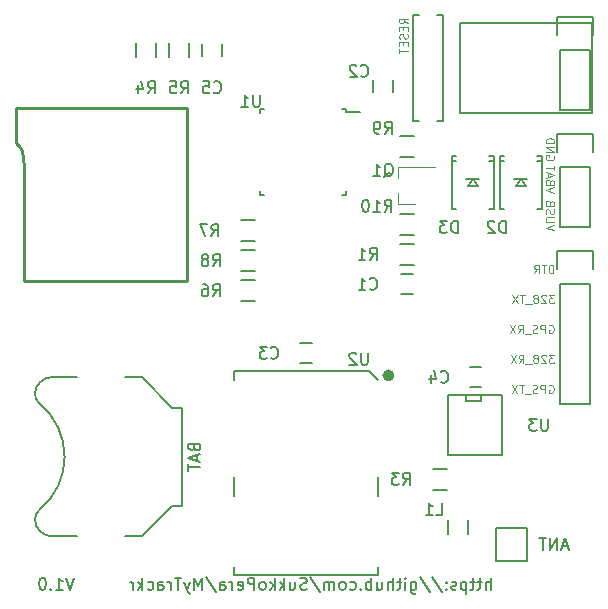
<source format=gbr>
G04 #@! TF.FileFunction,Legend,Bot*
%FSLAX46Y46*%
G04 Gerber Fmt 4.6, Leading zero omitted, Abs format (unit mm)*
G04 Created by KiCad (PCBNEW 4.0.6) date Thu Aug  3 21:50:21 2017*
%MOMM*%
%LPD*%
G01*
G04 APERTURE LIST*
%ADD10C,0.100000*%
%ADD11C,0.150000*%
%ADD12C,0.080000*%
%ADD13C,0.200000*%
%ADD14C,0.250000*%
%ADD15C,0.120000*%
%ADD16C,0.127000*%
%ADD17C,0.508000*%
G04 APERTURE END LIST*
D10*
D11*
X95249809Y-98258381D02*
X94916476Y-99258381D01*
X94583142Y-98258381D01*
X93725999Y-99258381D02*
X94297428Y-99258381D01*
X94011714Y-99258381D02*
X94011714Y-98258381D01*
X94106952Y-98401238D01*
X94202190Y-98496476D01*
X94297428Y-98544095D01*
X93297428Y-99163143D02*
X93249809Y-99210762D01*
X93297428Y-99258381D01*
X93345047Y-99210762D01*
X93297428Y-99163143D01*
X93297428Y-99258381D01*
X92630762Y-98258381D02*
X92535523Y-98258381D01*
X92440285Y-98306000D01*
X92392666Y-98353619D01*
X92345047Y-98448857D01*
X92297428Y-98639333D01*
X92297428Y-98877429D01*
X92345047Y-99067905D01*
X92392666Y-99163143D01*
X92440285Y-99210762D01*
X92535523Y-99258381D01*
X92630762Y-99258381D01*
X92726000Y-99210762D01*
X92773619Y-99163143D01*
X92821238Y-99067905D01*
X92868857Y-98877429D01*
X92868857Y-98639333D01*
X92821238Y-98448857D01*
X92773619Y-98353619D01*
X92726000Y-98306000D01*
X92630762Y-98258381D01*
D10*
X135478666Y-76866000D02*
X135545332Y-76832667D01*
X135645332Y-76832667D01*
X135745332Y-76866000D01*
X135811999Y-76932667D01*
X135845332Y-76999333D01*
X135878666Y-77132667D01*
X135878666Y-77232667D01*
X135845332Y-77366000D01*
X135811999Y-77432667D01*
X135745332Y-77499333D01*
X135645332Y-77532667D01*
X135578666Y-77532667D01*
X135478666Y-77499333D01*
X135445332Y-77466000D01*
X135445332Y-77232667D01*
X135578666Y-77232667D01*
X135145332Y-77532667D02*
X135145332Y-76832667D01*
X134878666Y-76832667D01*
X134811999Y-76866000D01*
X134778666Y-76899333D01*
X134745332Y-76966000D01*
X134745332Y-77066000D01*
X134778666Y-77132667D01*
X134811999Y-77166000D01*
X134878666Y-77199333D01*
X135145332Y-77199333D01*
X134478666Y-77499333D02*
X134378666Y-77532667D01*
X134211999Y-77532667D01*
X134145332Y-77499333D01*
X134111999Y-77466000D01*
X134078666Y-77399333D01*
X134078666Y-77332667D01*
X134111999Y-77266000D01*
X134145332Y-77232667D01*
X134211999Y-77199333D01*
X134345332Y-77166000D01*
X134411999Y-77132667D01*
X134445332Y-77099333D01*
X134478666Y-77032667D01*
X134478666Y-76966000D01*
X134445332Y-76899333D01*
X134411999Y-76866000D01*
X134345332Y-76832667D01*
X134178666Y-76832667D01*
X134078666Y-76866000D01*
X133945332Y-77599333D02*
X133411999Y-77599333D01*
X132845332Y-77532667D02*
X133078666Y-77199333D01*
X133245332Y-77532667D02*
X133245332Y-76832667D01*
X132978666Y-76832667D01*
X132911999Y-76866000D01*
X132878666Y-76899333D01*
X132845332Y-76966000D01*
X132845332Y-77066000D01*
X132878666Y-77132667D01*
X132911999Y-77166000D01*
X132978666Y-77199333D01*
X133245332Y-77199333D01*
X132611999Y-76832667D02*
X132145332Y-77532667D01*
X132145332Y-76832667D02*
X132611999Y-77532667D01*
D11*
X130530287Y-99258381D02*
X130530287Y-98258381D01*
X130101715Y-99258381D02*
X130101715Y-98734571D01*
X130149334Y-98639333D01*
X130244572Y-98591714D01*
X130387430Y-98591714D01*
X130482668Y-98639333D01*
X130530287Y-98686952D01*
X129768382Y-98591714D02*
X129387430Y-98591714D01*
X129625525Y-98258381D02*
X129625525Y-99115524D01*
X129577906Y-99210762D01*
X129482668Y-99258381D01*
X129387430Y-99258381D01*
X129196953Y-98591714D02*
X128816001Y-98591714D01*
X129054096Y-98258381D02*
X129054096Y-99115524D01*
X129006477Y-99210762D01*
X128911239Y-99258381D01*
X128816001Y-99258381D01*
X128482667Y-98591714D02*
X128482667Y-99591714D01*
X128482667Y-98639333D02*
X128387429Y-98591714D01*
X128196952Y-98591714D01*
X128101714Y-98639333D01*
X128054095Y-98686952D01*
X128006476Y-98782190D01*
X128006476Y-99067905D01*
X128054095Y-99163143D01*
X128101714Y-99210762D01*
X128196952Y-99258381D01*
X128387429Y-99258381D01*
X128482667Y-99210762D01*
X127625524Y-99210762D02*
X127530286Y-99258381D01*
X127339810Y-99258381D01*
X127244571Y-99210762D01*
X127196952Y-99115524D01*
X127196952Y-99067905D01*
X127244571Y-98972667D01*
X127339810Y-98925048D01*
X127482667Y-98925048D01*
X127577905Y-98877429D01*
X127625524Y-98782190D01*
X127625524Y-98734571D01*
X127577905Y-98639333D01*
X127482667Y-98591714D01*
X127339810Y-98591714D01*
X127244571Y-98639333D01*
X126768381Y-99163143D02*
X126720762Y-99210762D01*
X126768381Y-99258381D01*
X126816000Y-99210762D01*
X126768381Y-99163143D01*
X126768381Y-99258381D01*
X126768381Y-98639333D02*
X126720762Y-98686952D01*
X126768381Y-98734571D01*
X126816000Y-98686952D01*
X126768381Y-98639333D01*
X126768381Y-98734571D01*
X125577905Y-98210762D02*
X126435048Y-99496476D01*
X124530286Y-98210762D02*
X125387429Y-99496476D01*
X123768381Y-98591714D02*
X123768381Y-99401238D01*
X123816000Y-99496476D01*
X123863619Y-99544095D01*
X123958858Y-99591714D01*
X124101715Y-99591714D01*
X124196953Y-99544095D01*
X123768381Y-99210762D02*
X123863619Y-99258381D01*
X124054096Y-99258381D01*
X124149334Y-99210762D01*
X124196953Y-99163143D01*
X124244572Y-99067905D01*
X124244572Y-98782190D01*
X124196953Y-98686952D01*
X124149334Y-98639333D01*
X124054096Y-98591714D01*
X123863619Y-98591714D01*
X123768381Y-98639333D01*
X123292191Y-99258381D02*
X123292191Y-98591714D01*
X123292191Y-98258381D02*
X123339810Y-98306000D01*
X123292191Y-98353619D01*
X123244572Y-98306000D01*
X123292191Y-98258381D01*
X123292191Y-98353619D01*
X122958858Y-98591714D02*
X122577906Y-98591714D01*
X122816001Y-98258381D02*
X122816001Y-99115524D01*
X122768382Y-99210762D01*
X122673144Y-99258381D01*
X122577906Y-99258381D01*
X122244572Y-99258381D02*
X122244572Y-98258381D01*
X121816000Y-99258381D02*
X121816000Y-98734571D01*
X121863619Y-98639333D01*
X121958857Y-98591714D01*
X122101715Y-98591714D01*
X122196953Y-98639333D01*
X122244572Y-98686952D01*
X120911238Y-98591714D02*
X120911238Y-99258381D01*
X121339810Y-98591714D02*
X121339810Y-99115524D01*
X121292191Y-99210762D01*
X121196953Y-99258381D01*
X121054095Y-99258381D01*
X120958857Y-99210762D01*
X120911238Y-99163143D01*
X120435048Y-99258381D02*
X120435048Y-98258381D01*
X120435048Y-98639333D02*
X120339810Y-98591714D01*
X120149333Y-98591714D01*
X120054095Y-98639333D01*
X120006476Y-98686952D01*
X119958857Y-98782190D01*
X119958857Y-99067905D01*
X120006476Y-99163143D01*
X120054095Y-99210762D01*
X120149333Y-99258381D01*
X120339810Y-99258381D01*
X120435048Y-99210762D01*
X119530286Y-99163143D02*
X119482667Y-99210762D01*
X119530286Y-99258381D01*
X119577905Y-99210762D01*
X119530286Y-99163143D01*
X119530286Y-99258381D01*
X118625524Y-99210762D02*
X118720762Y-99258381D01*
X118911239Y-99258381D01*
X119006477Y-99210762D01*
X119054096Y-99163143D01*
X119101715Y-99067905D01*
X119101715Y-98782190D01*
X119054096Y-98686952D01*
X119006477Y-98639333D01*
X118911239Y-98591714D01*
X118720762Y-98591714D01*
X118625524Y-98639333D01*
X118054096Y-99258381D02*
X118149334Y-99210762D01*
X118196953Y-99163143D01*
X118244572Y-99067905D01*
X118244572Y-98782190D01*
X118196953Y-98686952D01*
X118149334Y-98639333D01*
X118054096Y-98591714D01*
X117911238Y-98591714D01*
X117816000Y-98639333D01*
X117768381Y-98686952D01*
X117720762Y-98782190D01*
X117720762Y-99067905D01*
X117768381Y-99163143D01*
X117816000Y-99210762D01*
X117911238Y-99258381D01*
X118054096Y-99258381D01*
X117292191Y-99258381D02*
X117292191Y-98591714D01*
X117292191Y-98686952D02*
X117244572Y-98639333D01*
X117149334Y-98591714D01*
X117006476Y-98591714D01*
X116911238Y-98639333D01*
X116863619Y-98734571D01*
X116863619Y-99258381D01*
X116863619Y-98734571D02*
X116816000Y-98639333D01*
X116720762Y-98591714D01*
X116577905Y-98591714D01*
X116482667Y-98639333D01*
X116435048Y-98734571D01*
X116435048Y-99258381D01*
X115244572Y-98210762D02*
X116101715Y-99496476D01*
X114958858Y-99210762D02*
X114816001Y-99258381D01*
X114577905Y-99258381D01*
X114482667Y-99210762D01*
X114435048Y-99163143D01*
X114387429Y-99067905D01*
X114387429Y-98972667D01*
X114435048Y-98877429D01*
X114482667Y-98829810D01*
X114577905Y-98782190D01*
X114768382Y-98734571D01*
X114863620Y-98686952D01*
X114911239Y-98639333D01*
X114958858Y-98544095D01*
X114958858Y-98448857D01*
X114911239Y-98353619D01*
X114863620Y-98306000D01*
X114768382Y-98258381D01*
X114530286Y-98258381D01*
X114387429Y-98306000D01*
X113530286Y-98591714D02*
X113530286Y-99258381D01*
X113958858Y-98591714D02*
X113958858Y-99115524D01*
X113911239Y-99210762D01*
X113816001Y-99258381D01*
X113673143Y-99258381D01*
X113577905Y-99210762D01*
X113530286Y-99163143D01*
X113054096Y-99258381D02*
X113054096Y-98258381D01*
X112958858Y-98877429D02*
X112673143Y-99258381D01*
X112673143Y-98591714D02*
X113054096Y-98972667D01*
X112244572Y-99258381D02*
X112244572Y-98258381D01*
X112149334Y-98877429D02*
X111863619Y-99258381D01*
X111863619Y-98591714D02*
X112244572Y-98972667D01*
X111292191Y-99258381D02*
X111387429Y-99210762D01*
X111435048Y-99163143D01*
X111482667Y-99067905D01*
X111482667Y-98782190D01*
X111435048Y-98686952D01*
X111387429Y-98639333D01*
X111292191Y-98591714D01*
X111149333Y-98591714D01*
X111054095Y-98639333D01*
X111006476Y-98686952D01*
X110958857Y-98782190D01*
X110958857Y-99067905D01*
X111006476Y-99163143D01*
X111054095Y-99210762D01*
X111149333Y-99258381D01*
X111292191Y-99258381D01*
X110530286Y-99258381D02*
X110530286Y-98258381D01*
X110149333Y-98258381D01*
X110054095Y-98306000D01*
X110006476Y-98353619D01*
X109958857Y-98448857D01*
X109958857Y-98591714D01*
X110006476Y-98686952D01*
X110054095Y-98734571D01*
X110149333Y-98782190D01*
X110530286Y-98782190D01*
X109149333Y-99210762D02*
X109244571Y-99258381D01*
X109435048Y-99258381D01*
X109530286Y-99210762D01*
X109577905Y-99115524D01*
X109577905Y-98734571D01*
X109530286Y-98639333D01*
X109435048Y-98591714D01*
X109244571Y-98591714D01*
X109149333Y-98639333D01*
X109101714Y-98734571D01*
X109101714Y-98829810D01*
X109577905Y-98925048D01*
X108673143Y-99258381D02*
X108673143Y-98591714D01*
X108673143Y-98782190D02*
X108625524Y-98686952D01*
X108577905Y-98639333D01*
X108482667Y-98591714D01*
X108387428Y-98591714D01*
X107625523Y-99258381D02*
X107625523Y-98734571D01*
X107673142Y-98639333D01*
X107768380Y-98591714D01*
X107958857Y-98591714D01*
X108054095Y-98639333D01*
X107625523Y-99210762D02*
X107720761Y-99258381D01*
X107958857Y-99258381D01*
X108054095Y-99210762D01*
X108101714Y-99115524D01*
X108101714Y-99020286D01*
X108054095Y-98925048D01*
X107958857Y-98877429D01*
X107720761Y-98877429D01*
X107625523Y-98829810D01*
X106435047Y-98210762D02*
X107292190Y-99496476D01*
X106101714Y-99258381D02*
X106101714Y-98258381D01*
X105768380Y-98972667D01*
X105435047Y-98258381D01*
X105435047Y-99258381D01*
X105054095Y-98591714D02*
X104816000Y-99258381D01*
X104577904Y-98591714D02*
X104816000Y-99258381D01*
X104911238Y-99496476D01*
X104958857Y-99544095D01*
X105054095Y-99591714D01*
X104339809Y-98258381D02*
X103768380Y-98258381D01*
X104054095Y-99258381D02*
X104054095Y-98258381D01*
X103435047Y-99258381D02*
X103435047Y-98591714D01*
X103435047Y-98782190D02*
X103387428Y-98686952D01*
X103339809Y-98639333D01*
X103244571Y-98591714D01*
X103149332Y-98591714D01*
X102387427Y-99258381D02*
X102387427Y-98734571D01*
X102435046Y-98639333D01*
X102530284Y-98591714D01*
X102720761Y-98591714D01*
X102815999Y-98639333D01*
X102387427Y-99210762D02*
X102482665Y-99258381D01*
X102720761Y-99258381D01*
X102815999Y-99210762D01*
X102863618Y-99115524D01*
X102863618Y-99020286D01*
X102815999Y-98925048D01*
X102720761Y-98877429D01*
X102482665Y-98877429D01*
X102387427Y-98829810D01*
X101482665Y-99210762D02*
X101577903Y-99258381D01*
X101768380Y-99258381D01*
X101863618Y-99210762D01*
X101911237Y-99163143D01*
X101958856Y-99067905D01*
X101958856Y-98782190D01*
X101911237Y-98686952D01*
X101863618Y-98639333D01*
X101768380Y-98591714D01*
X101577903Y-98591714D01*
X101482665Y-98639333D01*
X101054094Y-99258381D02*
X101054094Y-98258381D01*
X100958856Y-98877429D02*
X100673141Y-99258381D01*
X100673141Y-98591714D02*
X101054094Y-98972667D01*
X100244570Y-99258381D02*
X100244570Y-98591714D01*
X100244570Y-98782190D02*
X100196951Y-98686952D01*
X100149332Y-98639333D01*
X100054094Y-98591714D01*
X99958855Y-98591714D01*
D12*
X135892333Y-68847333D02*
X135192333Y-68614000D01*
X135892333Y-68380667D01*
X135892333Y-68147333D02*
X135325667Y-68147333D01*
X135259000Y-68114000D01*
X135225667Y-68080667D01*
X135192333Y-68014000D01*
X135192333Y-67880667D01*
X135225667Y-67814000D01*
X135259000Y-67780667D01*
X135325667Y-67747333D01*
X135892333Y-67747333D01*
X135225667Y-67447334D02*
X135192333Y-67347334D01*
X135192333Y-67180667D01*
X135225667Y-67114000D01*
X135259000Y-67080667D01*
X135325667Y-67047334D01*
X135392333Y-67047334D01*
X135459000Y-67080667D01*
X135492333Y-67114000D01*
X135525667Y-67180667D01*
X135559000Y-67314000D01*
X135592333Y-67380667D01*
X135625667Y-67414000D01*
X135692333Y-67447334D01*
X135759000Y-67447334D01*
X135825667Y-67414000D01*
X135859000Y-67380667D01*
X135892333Y-67314000D01*
X135892333Y-67147334D01*
X135859000Y-67047334D01*
X135559000Y-66514000D02*
X135525667Y-66414000D01*
X135492333Y-66380667D01*
X135425667Y-66347333D01*
X135325667Y-66347333D01*
X135259000Y-66380667D01*
X135225667Y-66414000D01*
X135192333Y-66480667D01*
X135192333Y-66747333D01*
X135892333Y-66747333D01*
X135892333Y-66514000D01*
X135859000Y-66447333D01*
X135825667Y-66414000D01*
X135759000Y-66380667D01*
X135692333Y-66380667D01*
X135625667Y-66414000D01*
X135592333Y-66447333D01*
X135559000Y-66514000D01*
X135559000Y-66747333D01*
D10*
X135478667Y-81946000D02*
X135545333Y-81912667D01*
X135645333Y-81912667D01*
X135745333Y-81946000D01*
X135812000Y-82012667D01*
X135845333Y-82079333D01*
X135878667Y-82212667D01*
X135878667Y-82312667D01*
X135845333Y-82446000D01*
X135812000Y-82512667D01*
X135745333Y-82579333D01*
X135645333Y-82612667D01*
X135578667Y-82612667D01*
X135478667Y-82579333D01*
X135445333Y-82546000D01*
X135445333Y-82312667D01*
X135578667Y-82312667D01*
X135145333Y-82612667D02*
X135145333Y-81912667D01*
X134878667Y-81912667D01*
X134812000Y-81946000D01*
X134778667Y-81979333D01*
X134745333Y-82046000D01*
X134745333Y-82146000D01*
X134778667Y-82212667D01*
X134812000Y-82246000D01*
X134878667Y-82279333D01*
X135145333Y-82279333D01*
X134478667Y-82579333D02*
X134378667Y-82612667D01*
X134212000Y-82612667D01*
X134145333Y-82579333D01*
X134112000Y-82546000D01*
X134078667Y-82479333D01*
X134078667Y-82412667D01*
X134112000Y-82346000D01*
X134145333Y-82312667D01*
X134212000Y-82279333D01*
X134345333Y-82246000D01*
X134412000Y-82212667D01*
X134445333Y-82179333D01*
X134478667Y-82112667D01*
X134478667Y-82046000D01*
X134445333Y-81979333D01*
X134412000Y-81946000D01*
X134345333Y-81912667D01*
X134178667Y-81912667D01*
X134078667Y-81946000D01*
X133945333Y-82679333D02*
X133412000Y-82679333D01*
X133345333Y-81912667D02*
X132945333Y-81912667D01*
X133145333Y-82612667D02*
X133145333Y-81912667D01*
X132778667Y-81912667D02*
X132312000Y-82612667D01*
X132312000Y-81912667D02*
X132778667Y-82612667D01*
X135911999Y-79372667D02*
X135478666Y-79372667D01*
X135711999Y-79639333D01*
X135611999Y-79639333D01*
X135545332Y-79672667D01*
X135511999Y-79706000D01*
X135478666Y-79772667D01*
X135478666Y-79939333D01*
X135511999Y-80006000D01*
X135545332Y-80039333D01*
X135611999Y-80072667D01*
X135811999Y-80072667D01*
X135878666Y-80039333D01*
X135911999Y-80006000D01*
X135211999Y-79439333D02*
X135178665Y-79406000D01*
X135111999Y-79372667D01*
X134945332Y-79372667D01*
X134878665Y-79406000D01*
X134845332Y-79439333D01*
X134811999Y-79506000D01*
X134811999Y-79572667D01*
X134845332Y-79672667D01*
X135245332Y-80072667D01*
X134811999Y-80072667D01*
X134411998Y-79672667D02*
X134478665Y-79639333D01*
X134511998Y-79606000D01*
X134545332Y-79539333D01*
X134545332Y-79506000D01*
X134511998Y-79439333D01*
X134478665Y-79406000D01*
X134411998Y-79372667D01*
X134278665Y-79372667D01*
X134211998Y-79406000D01*
X134178665Y-79439333D01*
X134145332Y-79506000D01*
X134145332Y-79539333D01*
X134178665Y-79606000D01*
X134211998Y-79639333D01*
X134278665Y-79672667D01*
X134411998Y-79672667D01*
X134478665Y-79706000D01*
X134511998Y-79739333D01*
X134545332Y-79806000D01*
X134545332Y-79939333D01*
X134511998Y-80006000D01*
X134478665Y-80039333D01*
X134411998Y-80072667D01*
X134278665Y-80072667D01*
X134211998Y-80039333D01*
X134178665Y-80006000D01*
X134145332Y-79939333D01*
X134145332Y-79806000D01*
X134178665Y-79739333D01*
X134211998Y-79706000D01*
X134278665Y-79672667D01*
X134011998Y-80139333D02*
X133478665Y-80139333D01*
X132911998Y-80072667D02*
X133145332Y-79739333D01*
X133311998Y-80072667D02*
X133311998Y-79372667D01*
X133045332Y-79372667D01*
X132978665Y-79406000D01*
X132945332Y-79439333D01*
X132911998Y-79506000D01*
X132911998Y-79606000D01*
X132945332Y-79672667D01*
X132978665Y-79706000D01*
X133045332Y-79739333D01*
X133311998Y-79739333D01*
X132678665Y-79372667D02*
X132211998Y-80072667D01*
X132211998Y-79372667D02*
X132678665Y-80072667D01*
X135912000Y-74292667D02*
X135478667Y-74292667D01*
X135712000Y-74559333D01*
X135612000Y-74559333D01*
X135545333Y-74592667D01*
X135512000Y-74626000D01*
X135478667Y-74692667D01*
X135478667Y-74859333D01*
X135512000Y-74926000D01*
X135545333Y-74959333D01*
X135612000Y-74992667D01*
X135812000Y-74992667D01*
X135878667Y-74959333D01*
X135912000Y-74926000D01*
X135212000Y-74359333D02*
X135178666Y-74326000D01*
X135112000Y-74292667D01*
X134945333Y-74292667D01*
X134878666Y-74326000D01*
X134845333Y-74359333D01*
X134812000Y-74426000D01*
X134812000Y-74492667D01*
X134845333Y-74592667D01*
X135245333Y-74992667D01*
X134812000Y-74992667D01*
X134411999Y-74592667D02*
X134478666Y-74559333D01*
X134511999Y-74526000D01*
X134545333Y-74459333D01*
X134545333Y-74426000D01*
X134511999Y-74359333D01*
X134478666Y-74326000D01*
X134411999Y-74292667D01*
X134278666Y-74292667D01*
X134211999Y-74326000D01*
X134178666Y-74359333D01*
X134145333Y-74426000D01*
X134145333Y-74459333D01*
X134178666Y-74526000D01*
X134211999Y-74559333D01*
X134278666Y-74592667D01*
X134411999Y-74592667D01*
X134478666Y-74626000D01*
X134511999Y-74659333D01*
X134545333Y-74726000D01*
X134545333Y-74859333D01*
X134511999Y-74926000D01*
X134478666Y-74959333D01*
X134411999Y-74992667D01*
X134278666Y-74992667D01*
X134211999Y-74959333D01*
X134178666Y-74926000D01*
X134145333Y-74859333D01*
X134145333Y-74726000D01*
X134178666Y-74659333D01*
X134211999Y-74626000D01*
X134278666Y-74592667D01*
X134011999Y-75059333D02*
X133478666Y-75059333D01*
X133411999Y-74292667D02*
X133011999Y-74292667D01*
X133211999Y-74992667D02*
X133211999Y-74292667D01*
X132845333Y-74292667D02*
X132378666Y-74992667D01*
X132378666Y-74292667D02*
X132845333Y-74992667D01*
X135845332Y-72452667D02*
X135845332Y-71752667D01*
X135678666Y-71752667D01*
X135578666Y-71786000D01*
X135511999Y-71852667D01*
X135478666Y-71919333D01*
X135445332Y-72052667D01*
X135445332Y-72152667D01*
X135478666Y-72286000D01*
X135511999Y-72352667D01*
X135578666Y-72419333D01*
X135678666Y-72452667D01*
X135845332Y-72452667D01*
X135245332Y-71752667D02*
X134845332Y-71752667D01*
X135045332Y-72452667D02*
X135045332Y-71752667D01*
X134211999Y-72452667D02*
X134445333Y-72119333D01*
X134611999Y-72452667D02*
X134611999Y-71752667D01*
X134345333Y-71752667D01*
X134278666Y-71786000D01*
X134245333Y-71819333D01*
X134211999Y-71886000D01*
X134211999Y-71986000D01*
X134245333Y-72052667D01*
X134278666Y-72086000D01*
X134345333Y-72119333D01*
X134611999Y-72119333D01*
D12*
X135892333Y-65665999D02*
X135192333Y-65432666D01*
X135892333Y-65199333D01*
X135559000Y-64732666D02*
X135525667Y-64632666D01*
X135492333Y-64599333D01*
X135425667Y-64565999D01*
X135325667Y-64565999D01*
X135259000Y-64599333D01*
X135225667Y-64632666D01*
X135192333Y-64699333D01*
X135192333Y-64965999D01*
X135892333Y-64965999D01*
X135892333Y-64732666D01*
X135859000Y-64665999D01*
X135825667Y-64632666D01*
X135759000Y-64599333D01*
X135692333Y-64599333D01*
X135625667Y-64632666D01*
X135592333Y-64665999D01*
X135559000Y-64732666D01*
X135559000Y-64965999D01*
X135392333Y-64299333D02*
X135392333Y-63965999D01*
X135192333Y-64365999D02*
X135892333Y-64132666D01*
X135192333Y-63899333D01*
X135892333Y-63765999D02*
X135892333Y-63365999D01*
X135192333Y-63565999D02*
X135892333Y-63565999D01*
X135859000Y-62509333D02*
X135892333Y-62575999D01*
X135892333Y-62675999D01*
X135859000Y-62775999D01*
X135792333Y-62842666D01*
X135725667Y-62875999D01*
X135592333Y-62909333D01*
X135492333Y-62909333D01*
X135359000Y-62875999D01*
X135292333Y-62842666D01*
X135225667Y-62775999D01*
X135192333Y-62675999D01*
X135192333Y-62609333D01*
X135225667Y-62509333D01*
X135259000Y-62475999D01*
X135492333Y-62475999D01*
X135492333Y-62609333D01*
X135192333Y-62175999D02*
X135892333Y-62175999D01*
X135192333Y-61775999D01*
X135892333Y-61775999D01*
X135192333Y-61442666D02*
X135892333Y-61442666D01*
X135892333Y-61276000D01*
X135859000Y-61176000D01*
X135792333Y-61109333D01*
X135725667Y-61076000D01*
X135592333Y-61042666D01*
X135492333Y-61042666D01*
X135359000Y-61076000D01*
X135292333Y-61109333D01*
X135225667Y-61176000D01*
X135192333Y-61276000D01*
X135192333Y-61442666D01*
D13*
X127973000Y-58890000D02*
X139149000Y-58890000D01*
X139149000Y-51270000D02*
X127973000Y-51270000D01*
X139149000Y-58890000D02*
X139149000Y-51270000D01*
X127973000Y-51270000D02*
X127973000Y-58890000D01*
D11*
X126957000Y-82804000D02*
X126957000Y-87884000D01*
X126957000Y-87884000D02*
X131529000Y-87884000D01*
X131529000Y-87884000D02*
X131529000Y-82804000D01*
X131529000Y-82804000D02*
X126957000Y-82804000D01*
X128481000Y-82804000D02*
X128481000Y-83312000D01*
X128481000Y-83312000D02*
X129751000Y-83312000D01*
X129751000Y-83312000D02*
X129751000Y-82804000D01*
X122262000Y-56142000D02*
X122262000Y-57142000D01*
X120562000Y-57142000D02*
X120562000Y-56142000D01*
X114392000Y-78360000D02*
X115392000Y-78360000D01*
X115392000Y-80060000D02*
X114392000Y-80060000D01*
X124044000Y-69991000D02*
X122844000Y-69991000D01*
X122844000Y-71741000D02*
X124044000Y-71741000D01*
X106084000Y-54094000D02*
X106084000Y-53094000D01*
X107784000Y-53094000D02*
X107784000Y-54094000D01*
D14*
X91042000Y-73138000D02*
X91042000Y-63438000D01*
X91042000Y-63438000D02*
X90942000Y-62738000D01*
X90942000Y-62738000D02*
X90842000Y-62138000D01*
X90842000Y-62138000D02*
X90642000Y-61738000D01*
X90642000Y-61738000D02*
X90342000Y-61438000D01*
X90342000Y-61438000D02*
X90342000Y-58438000D01*
X90342000Y-58438000D02*
X104842000Y-58438000D01*
X104842000Y-73138000D02*
X104842000Y-58438000D01*
X104842000Y-73138000D02*
X91042000Y-73138000D01*
D11*
X130988000Y-96830000D02*
X130988000Y-94030000D01*
X133588000Y-95430000D02*
X133588000Y-96830000D01*
X133588000Y-95430000D02*
X133588000Y-94030000D01*
X133588000Y-94030000D02*
X130988000Y-94030000D01*
X130988000Y-96830000D02*
X133588000Y-96830000D01*
X126887000Y-93380000D02*
X126887000Y-94580000D01*
X128637000Y-94580000D02*
X128637000Y-93380000D01*
X125638000Y-90791000D02*
X126838000Y-90791000D01*
X126838000Y-89041000D02*
X125638000Y-89041000D01*
X109382000Y-69709000D02*
X110582000Y-69709000D01*
X110582000Y-67959000D02*
X109382000Y-67959000D01*
X109382000Y-74789000D02*
X110582000Y-74789000D01*
X110582000Y-73039000D02*
X109382000Y-73039000D01*
X109382000Y-72249000D02*
X110582000Y-72249000D01*
X110582000Y-70499000D02*
X109382000Y-70499000D01*
X123944000Y-74256000D02*
X122944000Y-74256000D01*
X122944000Y-72556000D02*
X123944000Y-72556000D01*
X91951840Y-82585385D02*
G75*
G03X92336000Y-83500000I984160J-124615D01*
G01*
X91951840Y-93414615D02*
G75*
G02X92336000Y-92500000I984160J124615D01*
G01*
X92347329Y-83509339D02*
G75*
G02X92336000Y-92500000I-3711329J-4490661D01*
G01*
X93486000Y-81250000D02*
G75*
G03X91936000Y-82700000I-50000J-1500000D01*
G01*
X93486000Y-94750000D02*
G75*
G02X91936000Y-93300000I-50000J1500000D01*
G01*
X95536000Y-81250000D02*
X93436000Y-81250000D01*
X95536000Y-94750000D02*
X93436000Y-94750000D01*
X99536000Y-94750000D02*
X100986000Y-94750000D01*
X100986000Y-94750000D02*
X103586000Y-92150000D01*
X103586000Y-92150000D02*
X104386000Y-92150000D01*
X104386000Y-92150000D02*
X104386000Y-83850000D01*
X104386000Y-83850000D02*
X103586000Y-83850000D01*
X103586000Y-83850000D02*
X100986000Y-81250000D01*
X100986000Y-81250000D02*
X99536000Y-81250000D01*
X128743000Y-80430000D02*
X129743000Y-80430000D01*
X129743000Y-82130000D02*
X128743000Y-82130000D01*
X139218000Y-72136000D02*
X139218000Y-70586000D01*
X139218000Y-70586000D02*
X136118000Y-70586000D01*
X136118000Y-70586000D02*
X136118000Y-72136000D01*
X136398000Y-73406000D02*
X136398000Y-83566000D01*
X136398000Y-83566000D02*
X138938000Y-83566000D01*
X138938000Y-83566000D02*
X138938000Y-73406000D01*
X136398000Y-73406000D02*
X138938000Y-73406000D01*
X102221000Y-54194000D02*
X102221000Y-52994000D01*
X100471000Y-52994000D02*
X100471000Y-54194000D01*
X103265000Y-52994000D02*
X103265000Y-54194000D01*
X105015000Y-54194000D02*
X105015000Y-52994000D01*
X124044000Y-60847000D02*
X122844000Y-60847000D01*
X122844000Y-62597000D02*
X124044000Y-62597000D01*
X138938000Y-53594000D02*
X138938000Y-58674000D01*
X138938000Y-58674000D02*
X136398000Y-58674000D01*
X136398000Y-58674000D02*
X136398000Y-53594000D01*
X136118000Y-50774000D02*
X136118000Y-52324000D01*
X136398000Y-53594000D02*
X138938000Y-53594000D01*
X139218000Y-52324000D02*
X139218000Y-50774000D01*
X139218000Y-50774000D02*
X136118000Y-50774000D01*
X125972000Y-50618000D02*
X126472000Y-50618000D01*
X126472000Y-50618000D02*
X126472000Y-59618000D01*
X126472000Y-59618000D02*
X125972000Y-59618000D01*
X124472000Y-59618000D02*
X123972000Y-59618000D01*
X123972000Y-59618000D02*
X123972000Y-50618000D01*
X123972000Y-50618000D02*
X124472000Y-50618000D01*
X118263000Y-58567000D02*
X118263000Y-58792000D01*
X111013000Y-58567000D02*
X111013000Y-58867000D01*
X111013000Y-65817000D02*
X111013000Y-65517000D01*
X118263000Y-65817000D02*
X118263000Y-65517000D01*
X118263000Y-58567000D02*
X117963000Y-58567000D01*
X118263000Y-65817000D02*
X117963000Y-65817000D01*
X111013000Y-65817000D02*
X111313000Y-65817000D01*
X111013000Y-58567000D02*
X111313000Y-58567000D01*
X118263000Y-58792000D02*
X119488000Y-58792000D01*
X133096000Y-64520000D02*
X132646000Y-65070000D01*
X132646000Y-65070000D02*
X133546000Y-65070000D01*
X133546000Y-65070000D02*
X133096000Y-64520000D01*
X132546000Y-64520000D02*
X133646000Y-64520000D01*
X134846060Y-62970860D02*
X134495540Y-62970860D01*
X131345940Y-62970860D02*
X131696460Y-62970860D01*
X134846060Y-67020440D02*
X134495540Y-67020440D01*
X134846060Y-62519560D02*
X134495540Y-62519560D01*
X131345940Y-62519560D02*
X131696460Y-62519560D01*
X131345940Y-67020440D02*
X131696460Y-67020440D01*
X134846060Y-62519560D02*
X134846060Y-67020440D01*
X131345940Y-62519560D02*
X131345940Y-67020440D01*
X129032000Y-64520000D02*
X128582000Y-65070000D01*
X128582000Y-65070000D02*
X129482000Y-65070000D01*
X129482000Y-65070000D02*
X129032000Y-64520000D01*
X128482000Y-64520000D02*
X129582000Y-64520000D01*
X130782060Y-62970860D02*
X130431540Y-62970860D01*
X127281940Y-62970860D02*
X127632460Y-62970860D01*
X130782060Y-67020440D02*
X130431540Y-67020440D01*
X130782060Y-62519560D02*
X130431540Y-62519560D01*
X127281940Y-62519560D02*
X127632460Y-62519560D01*
X127281940Y-67020440D02*
X127632460Y-67020440D01*
X130782060Y-62519560D02*
X130782060Y-67020440D01*
X127281940Y-62519560D02*
X127281940Y-67020440D01*
X138938000Y-63500000D02*
X138938000Y-68580000D01*
X138938000Y-68580000D02*
X136398000Y-68580000D01*
X136398000Y-68580000D02*
X136398000Y-63500000D01*
X136118000Y-60680000D02*
X136118000Y-62230000D01*
X136398000Y-63500000D02*
X138938000Y-63500000D01*
X139218000Y-62230000D02*
X139218000Y-60680000D01*
X139218000Y-60680000D02*
X136118000Y-60680000D01*
D15*
X122684000Y-66604000D02*
X122684000Y-65674000D01*
X122684000Y-63444000D02*
X122684000Y-64374000D01*
X122684000Y-63444000D02*
X125844000Y-63444000D01*
X122684000Y-66604000D02*
X124144000Y-66604000D01*
D11*
X124044000Y-67451000D02*
X122844000Y-67451000D01*
X122844000Y-69201000D02*
X124044000Y-69201000D01*
D16*
X108796000Y-91370000D02*
X108796000Y-89720000D01*
X120988000Y-91370000D02*
X120988000Y-89720000D01*
X108796000Y-97371000D02*
X108796000Y-98006000D01*
X108796000Y-98006000D02*
X120988000Y-98006000D01*
X120988000Y-98006000D02*
X120988000Y-97371000D01*
X108796000Y-81496000D02*
X108796000Y-80734000D01*
X108796000Y-80734000D02*
X120226000Y-80734000D01*
X120226000Y-80734000D02*
X120988000Y-81496000D01*
D17*
X122131000Y-81115000D02*
G75*
G03X122131000Y-81115000I-254000J0D01*
G01*
D11*
X135381905Y-84796381D02*
X135381905Y-85605905D01*
X135334286Y-85701143D01*
X135286667Y-85748762D01*
X135191429Y-85796381D01*
X135000952Y-85796381D01*
X134905714Y-85748762D01*
X134858095Y-85701143D01*
X134810476Y-85605905D01*
X134810476Y-84796381D01*
X134429524Y-84796381D02*
X133810476Y-84796381D01*
X134143810Y-85177333D01*
X134000952Y-85177333D01*
X133905714Y-85224952D01*
X133858095Y-85272571D01*
X133810476Y-85367810D01*
X133810476Y-85605905D01*
X133858095Y-85701143D01*
X133905714Y-85748762D01*
X134000952Y-85796381D01*
X134286667Y-85796381D01*
X134381905Y-85748762D01*
X134429524Y-85701143D01*
X119546666Y-55729143D02*
X119594285Y-55776762D01*
X119737142Y-55824381D01*
X119832380Y-55824381D01*
X119975238Y-55776762D01*
X120070476Y-55681524D01*
X120118095Y-55586286D01*
X120165714Y-55395810D01*
X120165714Y-55252952D01*
X120118095Y-55062476D01*
X120070476Y-54967238D01*
X119975238Y-54872000D01*
X119832380Y-54824381D01*
X119737142Y-54824381D01*
X119594285Y-54872000D01*
X119546666Y-54919619D01*
X119165714Y-54919619D02*
X119118095Y-54872000D01*
X119022857Y-54824381D01*
X118784761Y-54824381D01*
X118689523Y-54872000D01*
X118641904Y-54919619D01*
X118594285Y-55014857D01*
X118594285Y-55110095D01*
X118641904Y-55252952D01*
X119213333Y-55824381D01*
X118594285Y-55824381D01*
X111926666Y-79605143D02*
X111974285Y-79652762D01*
X112117142Y-79700381D01*
X112212380Y-79700381D01*
X112355238Y-79652762D01*
X112450476Y-79557524D01*
X112498095Y-79462286D01*
X112545714Y-79271810D01*
X112545714Y-79128952D01*
X112498095Y-78938476D01*
X112450476Y-78843238D01*
X112355238Y-78748000D01*
X112212380Y-78700381D01*
X112117142Y-78700381D01*
X111974285Y-78748000D01*
X111926666Y-78795619D01*
X111593333Y-78700381D02*
X110974285Y-78700381D01*
X111307619Y-79081333D01*
X111164761Y-79081333D01*
X111069523Y-79128952D01*
X111021904Y-79176571D01*
X110974285Y-79271810D01*
X110974285Y-79509905D01*
X111021904Y-79605143D01*
X111069523Y-79652762D01*
X111164761Y-79700381D01*
X111450476Y-79700381D01*
X111545714Y-79652762D01*
X111593333Y-79605143D01*
X120308666Y-71318381D02*
X120642000Y-70842190D01*
X120880095Y-71318381D02*
X120880095Y-70318381D01*
X120499142Y-70318381D01*
X120403904Y-70366000D01*
X120356285Y-70413619D01*
X120308666Y-70508857D01*
X120308666Y-70651714D01*
X120356285Y-70746952D01*
X120403904Y-70794571D01*
X120499142Y-70842190D01*
X120880095Y-70842190D01*
X119356285Y-71318381D02*
X119927714Y-71318381D01*
X119642000Y-71318381D02*
X119642000Y-70318381D01*
X119737238Y-70461238D01*
X119832476Y-70556476D01*
X119927714Y-70604095D01*
X107100666Y-57126143D02*
X107148285Y-57173762D01*
X107291142Y-57221381D01*
X107386380Y-57221381D01*
X107529238Y-57173762D01*
X107624476Y-57078524D01*
X107672095Y-56983286D01*
X107719714Y-56792810D01*
X107719714Y-56649952D01*
X107672095Y-56459476D01*
X107624476Y-56364238D01*
X107529238Y-56269000D01*
X107386380Y-56221381D01*
X107291142Y-56221381D01*
X107148285Y-56269000D01*
X107100666Y-56316619D01*
X106195904Y-56221381D02*
X106672095Y-56221381D01*
X106719714Y-56697571D01*
X106672095Y-56649952D01*
X106576857Y-56602333D01*
X106338761Y-56602333D01*
X106243523Y-56649952D01*
X106195904Y-56697571D01*
X106148285Y-56792810D01*
X106148285Y-57030905D01*
X106195904Y-57126143D01*
X106243523Y-57173762D01*
X106338761Y-57221381D01*
X106576857Y-57221381D01*
X106672095Y-57173762D01*
X106719714Y-57126143D01*
X137032857Y-95586667D02*
X136556666Y-95586667D01*
X137128095Y-95872381D02*
X136794762Y-94872381D01*
X136461428Y-95872381D01*
X136128095Y-95872381D02*
X136128095Y-94872381D01*
X135556666Y-95872381D01*
X135556666Y-94872381D01*
X135223333Y-94872381D02*
X134651904Y-94872381D01*
X134937619Y-95872381D02*
X134937619Y-94872381D01*
X125896666Y-92908381D02*
X126372857Y-92908381D01*
X126372857Y-91908381D01*
X125039523Y-92908381D02*
X125610952Y-92908381D01*
X125325238Y-92908381D02*
X125325238Y-91908381D01*
X125420476Y-92051238D01*
X125515714Y-92146476D01*
X125610952Y-92194095D01*
X123102666Y-90368381D02*
X123436000Y-89892190D01*
X123674095Y-90368381D02*
X123674095Y-89368381D01*
X123293142Y-89368381D01*
X123197904Y-89416000D01*
X123150285Y-89463619D01*
X123102666Y-89558857D01*
X123102666Y-89701714D01*
X123150285Y-89796952D01*
X123197904Y-89844571D01*
X123293142Y-89892190D01*
X123674095Y-89892190D01*
X122769333Y-89368381D02*
X122150285Y-89368381D01*
X122483619Y-89749333D01*
X122340761Y-89749333D01*
X122245523Y-89796952D01*
X122197904Y-89844571D01*
X122150285Y-89939810D01*
X122150285Y-90177905D01*
X122197904Y-90273143D01*
X122245523Y-90320762D01*
X122340761Y-90368381D01*
X122626476Y-90368381D01*
X122721714Y-90320762D01*
X122769333Y-90273143D01*
X106889666Y-69324381D02*
X107223000Y-68848190D01*
X107461095Y-69324381D02*
X107461095Y-68324381D01*
X107080142Y-68324381D01*
X106984904Y-68372000D01*
X106937285Y-68419619D01*
X106889666Y-68514857D01*
X106889666Y-68657714D01*
X106937285Y-68752952D01*
X106984904Y-68800571D01*
X107080142Y-68848190D01*
X107461095Y-68848190D01*
X106556333Y-68324381D02*
X105889666Y-68324381D01*
X106318238Y-69324381D01*
X107016666Y-74404381D02*
X107350000Y-73928190D01*
X107588095Y-74404381D02*
X107588095Y-73404381D01*
X107207142Y-73404381D01*
X107111904Y-73452000D01*
X107064285Y-73499619D01*
X107016666Y-73594857D01*
X107016666Y-73737714D01*
X107064285Y-73832952D01*
X107111904Y-73880571D01*
X107207142Y-73928190D01*
X107588095Y-73928190D01*
X106159523Y-73404381D02*
X106350000Y-73404381D01*
X106445238Y-73452000D01*
X106492857Y-73499619D01*
X106588095Y-73642476D01*
X106635714Y-73832952D01*
X106635714Y-74213905D01*
X106588095Y-74309143D01*
X106540476Y-74356762D01*
X106445238Y-74404381D01*
X106254761Y-74404381D01*
X106159523Y-74356762D01*
X106111904Y-74309143D01*
X106064285Y-74213905D01*
X106064285Y-73975810D01*
X106111904Y-73880571D01*
X106159523Y-73832952D01*
X106254761Y-73785333D01*
X106445238Y-73785333D01*
X106540476Y-73832952D01*
X106588095Y-73880571D01*
X106635714Y-73975810D01*
X107016666Y-71864381D02*
X107350000Y-71388190D01*
X107588095Y-71864381D02*
X107588095Y-70864381D01*
X107207142Y-70864381D01*
X107111904Y-70912000D01*
X107064285Y-70959619D01*
X107016666Y-71054857D01*
X107016666Y-71197714D01*
X107064285Y-71292952D01*
X107111904Y-71340571D01*
X107207142Y-71388190D01*
X107588095Y-71388190D01*
X106445238Y-71292952D02*
X106540476Y-71245333D01*
X106588095Y-71197714D01*
X106635714Y-71102476D01*
X106635714Y-71054857D01*
X106588095Y-70959619D01*
X106540476Y-70912000D01*
X106445238Y-70864381D01*
X106254761Y-70864381D01*
X106159523Y-70912000D01*
X106111904Y-70959619D01*
X106064285Y-71054857D01*
X106064285Y-71102476D01*
X106111904Y-71197714D01*
X106159523Y-71245333D01*
X106254761Y-71292952D01*
X106445238Y-71292952D01*
X106540476Y-71340571D01*
X106588095Y-71388190D01*
X106635714Y-71483429D01*
X106635714Y-71673905D01*
X106588095Y-71769143D01*
X106540476Y-71816762D01*
X106445238Y-71864381D01*
X106254761Y-71864381D01*
X106159523Y-71816762D01*
X106111904Y-71769143D01*
X106064285Y-71673905D01*
X106064285Y-71483429D01*
X106111904Y-71388190D01*
X106159523Y-71340571D01*
X106254761Y-71292952D01*
X120308666Y-73763143D02*
X120356285Y-73810762D01*
X120499142Y-73858381D01*
X120594380Y-73858381D01*
X120737238Y-73810762D01*
X120832476Y-73715524D01*
X120880095Y-73620286D01*
X120927714Y-73429810D01*
X120927714Y-73286952D01*
X120880095Y-73096476D01*
X120832476Y-73001238D01*
X120737238Y-72906000D01*
X120594380Y-72858381D01*
X120499142Y-72858381D01*
X120356285Y-72906000D01*
X120308666Y-72953619D01*
X119356285Y-73858381D02*
X119927714Y-73858381D01*
X119642000Y-73858381D02*
X119642000Y-72858381D01*
X119737238Y-73001238D01*
X119832476Y-73096476D01*
X119927714Y-73144095D01*
X105422571Y-87223905D02*
X105470190Y-87366762D01*
X105517810Y-87414381D01*
X105613048Y-87462000D01*
X105755905Y-87462000D01*
X105851143Y-87414381D01*
X105898762Y-87366762D01*
X105946381Y-87271524D01*
X105946381Y-86890571D01*
X104946381Y-86890571D01*
X104946381Y-87223905D01*
X104994000Y-87319143D01*
X105041619Y-87366762D01*
X105136857Y-87414381D01*
X105232095Y-87414381D01*
X105327333Y-87366762D01*
X105374952Y-87319143D01*
X105422571Y-87223905D01*
X105422571Y-86890571D01*
X105660667Y-87842952D02*
X105660667Y-88319143D01*
X105946381Y-87747714D02*
X104946381Y-88081047D01*
X105946381Y-88414381D01*
X104946381Y-88604857D02*
X104946381Y-89176286D01*
X105946381Y-88890571D02*
X104946381Y-88890571D01*
X126320666Y-81637143D02*
X126368285Y-81684762D01*
X126511142Y-81732381D01*
X126606380Y-81732381D01*
X126749238Y-81684762D01*
X126844476Y-81589524D01*
X126892095Y-81494286D01*
X126939714Y-81303810D01*
X126939714Y-81160952D01*
X126892095Y-80970476D01*
X126844476Y-80875238D01*
X126749238Y-80780000D01*
X126606380Y-80732381D01*
X126511142Y-80732381D01*
X126368285Y-80780000D01*
X126320666Y-80827619D01*
X125463523Y-81065714D02*
X125463523Y-81732381D01*
X125701619Y-80684762D02*
X125939714Y-81399048D01*
X125320666Y-81399048D01*
X101512666Y-57221381D02*
X101846000Y-56745190D01*
X102084095Y-57221381D02*
X102084095Y-56221381D01*
X101703142Y-56221381D01*
X101607904Y-56269000D01*
X101560285Y-56316619D01*
X101512666Y-56411857D01*
X101512666Y-56554714D01*
X101560285Y-56649952D01*
X101607904Y-56697571D01*
X101703142Y-56745190D01*
X102084095Y-56745190D01*
X100655523Y-56554714D02*
X100655523Y-57221381D01*
X100893619Y-56173762D02*
X101131714Y-56888048D01*
X100512666Y-56888048D01*
X104306666Y-57221381D02*
X104640000Y-56745190D01*
X104878095Y-57221381D02*
X104878095Y-56221381D01*
X104497142Y-56221381D01*
X104401904Y-56269000D01*
X104354285Y-56316619D01*
X104306666Y-56411857D01*
X104306666Y-56554714D01*
X104354285Y-56649952D01*
X104401904Y-56697571D01*
X104497142Y-56745190D01*
X104878095Y-56745190D01*
X103401904Y-56221381D02*
X103878095Y-56221381D01*
X103925714Y-56697571D01*
X103878095Y-56649952D01*
X103782857Y-56602333D01*
X103544761Y-56602333D01*
X103449523Y-56649952D01*
X103401904Y-56697571D01*
X103354285Y-56792810D01*
X103354285Y-57030905D01*
X103401904Y-57126143D01*
X103449523Y-57173762D01*
X103544761Y-57221381D01*
X103782857Y-57221381D01*
X103878095Y-57173762D01*
X103925714Y-57126143D01*
X121578666Y-60650381D02*
X121912000Y-60174190D01*
X122150095Y-60650381D02*
X122150095Y-59650381D01*
X121769142Y-59650381D01*
X121673904Y-59698000D01*
X121626285Y-59745619D01*
X121578666Y-59840857D01*
X121578666Y-59983714D01*
X121626285Y-60078952D01*
X121673904Y-60126571D01*
X121769142Y-60174190D01*
X122150095Y-60174190D01*
X121102476Y-60650381D02*
X120912000Y-60650381D01*
X120816761Y-60602762D01*
X120769142Y-60555143D01*
X120673904Y-60412286D01*
X120626285Y-60221810D01*
X120626285Y-59840857D01*
X120673904Y-59745619D01*
X120721523Y-59698000D01*
X120816761Y-59650381D01*
X121007238Y-59650381D01*
X121102476Y-59698000D01*
X121150095Y-59745619D01*
X121197714Y-59840857D01*
X121197714Y-60078952D01*
X121150095Y-60174190D01*
X121102476Y-60221810D01*
X121007238Y-60269429D01*
X120816761Y-60269429D01*
X120721523Y-60221810D01*
X120673904Y-60174190D01*
X120626285Y-60078952D01*
D10*
X123506667Y-51307334D02*
X123173333Y-51074000D01*
X123506667Y-50907334D02*
X122806667Y-50907334D01*
X122806667Y-51174000D01*
X122840000Y-51240667D01*
X122873333Y-51274000D01*
X122940000Y-51307334D01*
X123040000Y-51307334D01*
X123106667Y-51274000D01*
X123140000Y-51240667D01*
X123173333Y-51174000D01*
X123173333Y-50907334D01*
X123140000Y-51607334D02*
X123140000Y-51840667D01*
X123506667Y-51940667D02*
X123506667Y-51607334D01*
X122806667Y-51607334D01*
X122806667Y-51940667D01*
X123473333Y-52207333D02*
X123506667Y-52307333D01*
X123506667Y-52474000D01*
X123473333Y-52540667D01*
X123440000Y-52574000D01*
X123373333Y-52607333D01*
X123306667Y-52607333D01*
X123240000Y-52574000D01*
X123206667Y-52540667D01*
X123173333Y-52474000D01*
X123140000Y-52340667D01*
X123106667Y-52274000D01*
X123073333Y-52240667D01*
X123006667Y-52207333D01*
X122940000Y-52207333D01*
X122873333Y-52240667D01*
X122840000Y-52274000D01*
X122806667Y-52340667D01*
X122806667Y-52507333D01*
X122840000Y-52607333D01*
X123140000Y-52907334D02*
X123140000Y-53140667D01*
X123506667Y-53240667D02*
X123506667Y-52907334D01*
X122806667Y-52907334D01*
X122806667Y-53240667D01*
X122806667Y-53440667D02*
X122806667Y-53840667D01*
X123506667Y-53640667D02*
X122806667Y-53640667D01*
D11*
X110997905Y-57364381D02*
X110997905Y-58173905D01*
X110950286Y-58269143D01*
X110902667Y-58316762D01*
X110807429Y-58364381D01*
X110616952Y-58364381D01*
X110521714Y-58316762D01*
X110474095Y-58269143D01*
X110426476Y-58173905D01*
X110426476Y-57364381D01*
X109426476Y-58364381D02*
X109997905Y-58364381D01*
X109712191Y-58364381D02*
X109712191Y-57364381D01*
X109807429Y-57507238D01*
X109902667Y-57602476D01*
X109997905Y-57650095D01*
X131802095Y-69032381D02*
X131802095Y-68032381D01*
X131564000Y-68032381D01*
X131421142Y-68080000D01*
X131325904Y-68175238D01*
X131278285Y-68270476D01*
X131230666Y-68460952D01*
X131230666Y-68603810D01*
X131278285Y-68794286D01*
X131325904Y-68889524D01*
X131421142Y-68984762D01*
X131564000Y-69032381D01*
X131802095Y-69032381D01*
X130849714Y-68127619D02*
X130802095Y-68080000D01*
X130706857Y-68032381D01*
X130468761Y-68032381D01*
X130373523Y-68080000D01*
X130325904Y-68127619D01*
X130278285Y-68222857D01*
X130278285Y-68318095D01*
X130325904Y-68460952D01*
X130897333Y-69032381D01*
X130278285Y-69032381D01*
X127738095Y-69032381D02*
X127738095Y-68032381D01*
X127500000Y-68032381D01*
X127357142Y-68080000D01*
X127261904Y-68175238D01*
X127214285Y-68270476D01*
X127166666Y-68460952D01*
X127166666Y-68603810D01*
X127214285Y-68794286D01*
X127261904Y-68889524D01*
X127357142Y-68984762D01*
X127500000Y-69032381D01*
X127738095Y-69032381D01*
X126833333Y-68032381D02*
X126214285Y-68032381D01*
X126547619Y-68413333D01*
X126404761Y-68413333D01*
X126309523Y-68460952D01*
X126261904Y-68508571D01*
X126214285Y-68603810D01*
X126214285Y-68841905D01*
X126261904Y-68937143D01*
X126309523Y-68984762D01*
X126404761Y-69032381D01*
X126690476Y-69032381D01*
X126785714Y-68984762D01*
X126833333Y-68937143D01*
X121507238Y-64301619D02*
X121602476Y-64254000D01*
X121697714Y-64158762D01*
X121840571Y-64015905D01*
X121935810Y-63968286D01*
X122031048Y-63968286D01*
X121983429Y-64206381D02*
X122078667Y-64158762D01*
X122173905Y-64063524D01*
X122221524Y-63873048D01*
X122221524Y-63539714D01*
X122173905Y-63349238D01*
X122078667Y-63254000D01*
X121983429Y-63206381D01*
X121792952Y-63206381D01*
X121697714Y-63254000D01*
X121602476Y-63349238D01*
X121554857Y-63539714D01*
X121554857Y-63873048D01*
X121602476Y-64063524D01*
X121697714Y-64158762D01*
X121792952Y-64206381D01*
X121983429Y-64206381D01*
X120602476Y-64206381D02*
X121173905Y-64206381D01*
X120888191Y-64206381D02*
X120888191Y-63206381D01*
X120983429Y-63349238D01*
X121078667Y-63444476D01*
X121173905Y-63492095D01*
X121546857Y-67254381D02*
X121880191Y-66778190D01*
X122118286Y-67254381D02*
X122118286Y-66254381D01*
X121737333Y-66254381D01*
X121642095Y-66302000D01*
X121594476Y-66349619D01*
X121546857Y-66444857D01*
X121546857Y-66587714D01*
X121594476Y-66682952D01*
X121642095Y-66730571D01*
X121737333Y-66778190D01*
X122118286Y-66778190D01*
X120594476Y-67254381D02*
X121165905Y-67254381D01*
X120880191Y-67254381D02*
X120880191Y-66254381D01*
X120975429Y-66397238D01*
X121070667Y-66492476D01*
X121165905Y-66540095D01*
X119975429Y-66254381D02*
X119880190Y-66254381D01*
X119784952Y-66302000D01*
X119737333Y-66349619D01*
X119689714Y-66444857D01*
X119642095Y-66635333D01*
X119642095Y-66873429D01*
X119689714Y-67063905D01*
X119737333Y-67159143D01*
X119784952Y-67206762D01*
X119880190Y-67254381D01*
X119975429Y-67254381D01*
X120070667Y-67206762D01*
X120118286Y-67159143D01*
X120165905Y-67063905D01*
X120213524Y-66873429D01*
X120213524Y-66635333D01*
X120165905Y-66444857D01*
X120118286Y-66349619D01*
X120070667Y-66302000D01*
X119975429Y-66254381D01*
X120141905Y-79208381D02*
X120141905Y-80017905D01*
X120094286Y-80113143D01*
X120046667Y-80160762D01*
X119951429Y-80208381D01*
X119760952Y-80208381D01*
X119665714Y-80160762D01*
X119618095Y-80113143D01*
X119570476Y-80017905D01*
X119570476Y-79208381D01*
X119141905Y-79303619D02*
X119094286Y-79256000D01*
X118999048Y-79208381D01*
X118760952Y-79208381D01*
X118665714Y-79256000D01*
X118618095Y-79303619D01*
X118570476Y-79398857D01*
X118570476Y-79494095D01*
X118618095Y-79636952D01*
X119189524Y-80208381D01*
X118570476Y-80208381D01*
M02*

</source>
